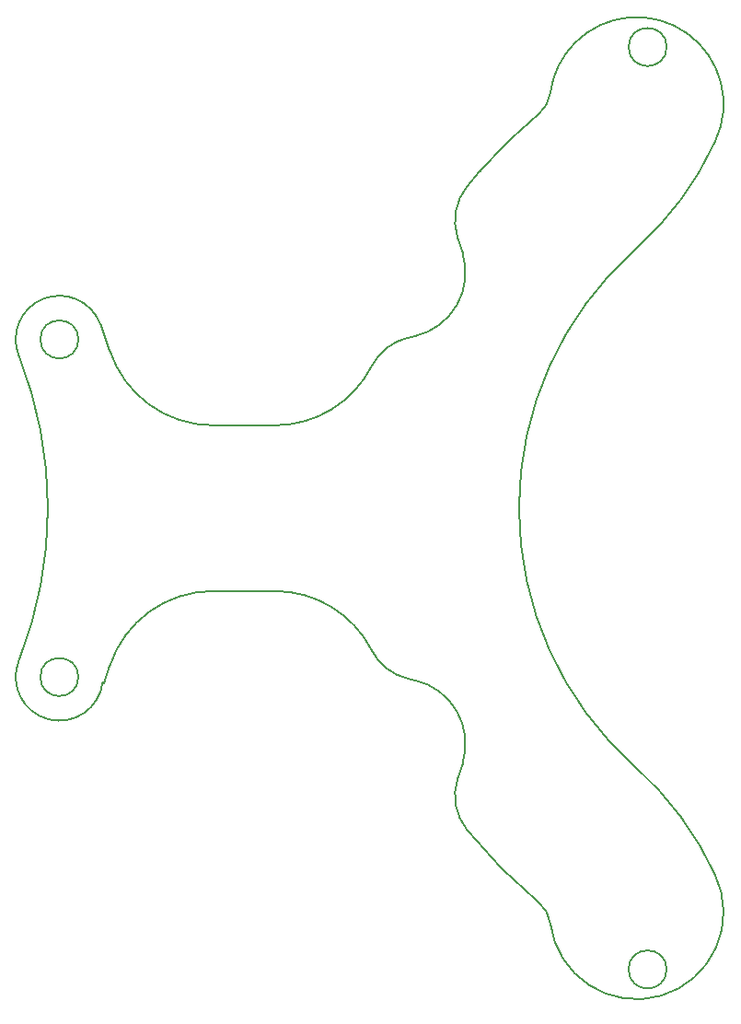
<source format=gbr>
G04 #@! TF.GenerationSoftware,KiCad,Pcbnew,(6.0.10)*
G04 #@! TF.CreationDate,2025-01-22T22:04:58+09:00*
G04 #@! TF.ProjectId,LINE_,4c494e45-4d2e-46b6-9963-61645f706362,rev?*
G04 #@! TF.SameCoordinates,Original*
G04 #@! TF.FileFunction,Profile,NP*
%FSLAX46Y46*%
G04 Gerber Fmt 4.6, Leading zero omitted, Abs format (unit mm)*
G04 Created by KiCad (PCBNEW (6.0.10)) date 2025-01-22 22:04:58*
%MOMM*%
%LPD*%
G01*
G04 APERTURE LIST*
G04 #@! TA.AperFunction,Profile*
%ADD10C,0.200000*%
G04 #@! TD*
G04 APERTURE END LIST*
D10*
X92178518Y23784735D02*
G75*
G03*
X92196204Y-23800448I21121822J-23784745D01*
G01*
X53349541Y-7620000D02*
X59040028Y-7620000D01*
X84371065Y-38177211D02*
G75*
G03*
X83308230Y-36250913I-2975165J-385189D01*
G01*
X75845381Y-24873241D02*
G75*
G03*
X76707713Y-29574231I4751119J-1558059D01*
G01*
X67945116Y-13070336D02*
G75*
G03*
X59040028Y-7620000I-8905086J-4549664D01*
G01*
X40959274Y15520849D02*
G75*
G03*
X40959274Y15520849I-1750000J0D01*
G01*
X76707709Y-29574234D02*
G75*
G03*
X83308230Y-36250913I36592891J29574534D01*
G01*
X71937462Y15823044D02*
X71257352Y15663739D01*
X67945138Y-13070325D02*
G75*
G03*
X71257352Y-15663739I4452562J2274825D01*
G01*
X99519016Y-33692492D02*
G75*
G03*
X92196204Y-23800448I-27260716J-12523908D01*
G01*
X35476587Y-14043265D02*
G75*
G03*
X43198093Y-15974134I3732683J-1477585D01*
G01*
X59040028Y7620002D02*
G75*
G03*
X67945114Y13070337I2J9999998D01*
G01*
X95067263Y42405227D02*
G75*
G03*
X95067263Y42405227I-1750000J0D01*
G01*
X95067263Y-42405227D02*
G75*
G03*
X95067263Y-42405227I-1750000J0D01*
G01*
X75845413Y24873252D02*
X76304878Y23425836D01*
X76304887Y-23425839D02*
X75845413Y-24873252D01*
X86636270Y42795316D02*
G75*
G03*
X84371028Y38177241I5668330J-5645016D01*
G01*
X43198093Y-15974134D02*
X43296877Y-16072918D01*
X71937462Y15823046D02*
G75*
G03*
X76304878Y23425836I-1368372J5841884D01*
G01*
X71257346Y15663765D02*
G75*
G03*
X67945114Y13070337I1140354J-4868265D01*
G01*
X77901220Y30992866D02*
X76707713Y29574231D01*
X42941947Y16998427D02*
G75*
G03*
X35476595Y14043268I-3732677J-1477577D01*
G01*
X76707714Y29574230D02*
G75*
G03*
X75845413Y24873252I3888756J-3142890D01*
G01*
X84371018Y-38177217D02*
G75*
G03*
X99519019Y-33692490I7933802J1027067D01*
G01*
X86647971Y42807002D02*
X86636277Y42795309D01*
X53349541Y-7620001D02*
G75*
G03*
X43854037Y-14483855I-1J-9999999D01*
G01*
X35476595Y-14043268D02*
G75*
G03*
X35476595Y14043268I-35476245J14043268D01*
G01*
X71257352Y-15663739D02*
X71937462Y-15823044D01*
X83308239Y36250927D02*
G75*
G03*
X84371028Y38177241I-1912439J2311473D01*
G01*
X83308227Y36250941D02*
G75*
G03*
X77917145Y31011070I29992173J-36250941D01*
G01*
X76304850Y-23425828D02*
G75*
G03*
X71937462Y-15823044I-5735750J1760928D01*
G01*
X77917145Y31011070D02*
X77901220Y30992866D01*
X99519024Y33692487D02*
G75*
G03*
X86647971Y42807002I-7214194J3457663D01*
G01*
X40959274Y-15520849D02*
G75*
G03*
X40959274Y-15520849I-1750000J0D01*
G01*
X43854037Y14483855D02*
X42941954Y16998430D01*
X43296877Y-16072918D02*
X43854037Y-14483855D01*
X59040028Y7620000D02*
X53349541Y7620000D01*
X92178517Y23784736D02*
G75*
G03*
X99519019Y33692490I-19920317J22431764D01*
G01*
X43854032Y14483853D02*
G75*
G03*
X53349541Y7620000I9495518J3136167D01*
G01*
M02*

</source>
